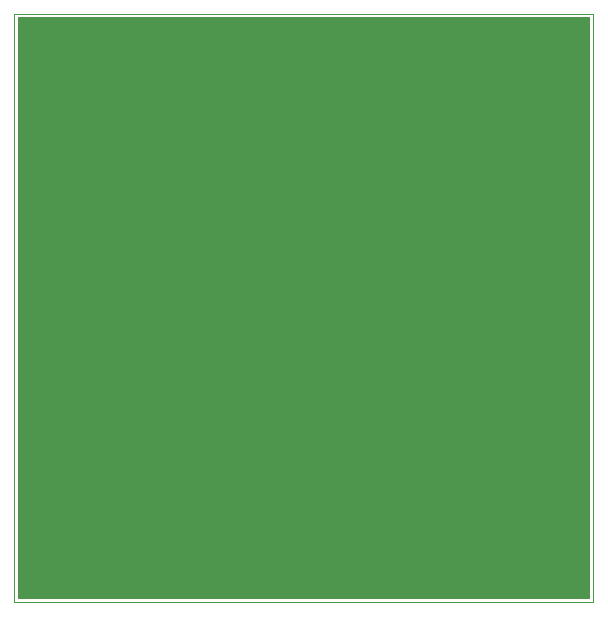
<source format=gts>
G75*
%MOIN*%
%OFA0B0*%
%FSLAX25Y25*%
%IPPOS*%
%LPD*%
%AMOC8*
5,1,8,0,0,1.08239X$1,22.5*
%
%ADD10R,1.91000X1.94000*%
%ADD11C,0.00000*%
D10*
X0097550Y0099050D03*
D11*
X0001050Y0197050D02*
X0001050Y0001050D01*
X0194050Y0001050D01*
X0194050Y0197050D01*
X0001050Y0197050D01*
M02*

</source>
